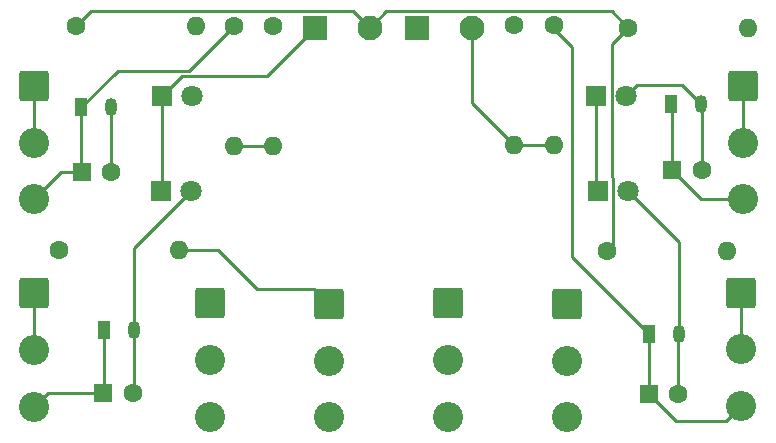
<source format=gtl>
G04 #@! TF.GenerationSoftware,KiCad,Pcbnew,(6.0.2-0)*
G04 #@! TF.CreationDate,2025-10-04T10:08:23-04:00*
G04 #@! TF.ProjectId,Quad_Drone,51756164-5f44-4726-9f6e-652e6b696361,rev?*
G04 #@! TF.SameCoordinates,Original*
G04 #@! TF.FileFunction,Copper,L1,Top*
G04 #@! TF.FilePolarity,Positive*
%FSLAX46Y46*%
G04 Gerber Fmt 4.6, Leading zero omitted, Abs format (unit mm)*
G04 Created by KiCad (PCBNEW (6.0.2-0)) date 2025-10-04 10:08:23*
%MOMM*%
%LPD*%
G01*
G04 APERTURE LIST*
G04 Aperture macros list*
%AMRoundRect*
0 Rectangle with rounded corners*
0 $1 Rounding radius*
0 $2 $3 $4 $5 $6 $7 $8 $9 X,Y pos of 4 corners*
0 Add a 4 corners polygon primitive as box body*
4,1,4,$2,$3,$4,$5,$6,$7,$8,$9,$2,$3,0*
0 Add four circle primitives for the rounded corners*
1,1,$1+$1,$2,$3*
1,1,$1+$1,$4,$5*
1,1,$1+$1,$6,$7*
1,1,$1+$1,$8,$9*
0 Add four rect primitives between the rounded corners*
20,1,$1+$1,$2,$3,$4,$5,0*
20,1,$1+$1,$4,$5,$6,$7,0*
20,1,$1+$1,$6,$7,$8,$9,0*
20,1,$1+$1,$8,$9,$2,$3,0*%
G04 Aperture macros list end*
G04 #@! TA.AperFunction,ComponentPad*
%ADD10RoundRect,0.250001X-0.799999X-0.799999X0.799999X-0.799999X0.799999X0.799999X-0.799999X0.799999X0*%
G04 #@! TD*
G04 #@! TA.AperFunction,ComponentPad*
%ADD11C,2.100000*%
G04 #@! TD*
G04 #@! TA.AperFunction,ComponentPad*
%ADD12R,1.800000X1.800000*%
G04 #@! TD*
G04 #@! TA.AperFunction,ComponentPad*
%ADD13C,1.800000*%
G04 #@! TD*
G04 #@! TA.AperFunction,ComponentPad*
%ADD14R,1.050000X1.500000*%
G04 #@! TD*
G04 #@! TA.AperFunction,ComponentPad*
%ADD15O,1.050000X1.500000*%
G04 #@! TD*
G04 #@! TA.AperFunction,ComponentPad*
%ADD16C,2.550000*%
G04 #@! TD*
G04 #@! TA.AperFunction,ComponentPad*
%ADD17RoundRect,0.249999X-1.025001X1.025001X-1.025001X-1.025001X1.025001X-1.025001X1.025001X1.025001X0*%
G04 #@! TD*
G04 #@! TA.AperFunction,ComponentPad*
%ADD18R,1.600000X1.600000*%
G04 #@! TD*
G04 #@! TA.AperFunction,ComponentPad*
%ADD19C,1.600000*%
G04 #@! TD*
G04 #@! TA.AperFunction,ComponentPad*
%ADD20O,1.600000X1.600000*%
G04 #@! TD*
G04 #@! TA.AperFunction,Conductor*
%ADD21C,0.250000*%
G04 #@! TD*
G04 APERTURE END LIST*
D10*
X187750000Y-52500000D03*
D11*
X192350000Y-52500000D03*
X183700000Y-52500000D03*
D10*
X179100000Y-52500000D03*
D12*
X203050000Y-66350000D03*
D13*
X205590000Y-66350000D03*
D12*
X202900000Y-58250000D03*
D13*
X205440000Y-58250000D03*
D12*
X166050000Y-66300000D03*
D13*
X168590000Y-66300000D03*
D12*
X166125000Y-58250000D03*
D13*
X168665000Y-58250000D03*
D14*
X207330000Y-78410000D03*
D15*
X209870000Y-78410000D03*
D14*
X209250000Y-59000000D03*
D15*
X211790000Y-59000000D03*
D14*
X161180000Y-78110000D03*
D15*
X163720000Y-78110000D03*
D14*
X159250000Y-59250000D03*
D15*
X161790000Y-59250000D03*
D16*
X155300000Y-67050000D03*
X155300000Y-62250000D03*
D17*
X155300000Y-57450000D03*
D16*
X155250000Y-84600000D03*
X155250000Y-79800000D03*
D17*
X155250000Y-75000000D03*
D16*
X215300000Y-67050000D03*
X215300000Y-62250000D03*
D17*
X215300000Y-57450000D03*
D16*
X215150000Y-84550000D03*
X215150000Y-79750000D03*
D17*
X215150000Y-74950000D03*
D16*
X190300000Y-85450000D03*
X190300000Y-80650000D03*
D17*
X190300000Y-75850000D03*
D16*
X170150000Y-85450000D03*
X170150000Y-80650000D03*
D17*
X170150000Y-75850000D03*
D16*
X180300000Y-85500000D03*
X180300000Y-80700000D03*
D17*
X180300000Y-75900000D03*
D16*
X200450000Y-85500000D03*
X200450000Y-80700000D03*
D17*
X200450000Y-75900000D03*
D18*
X209314888Y-64590000D03*
D19*
X211814888Y-64590000D03*
X205570000Y-52500000D03*
D20*
X215730000Y-52500000D03*
D19*
X161814888Y-64740000D03*
D18*
X159314888Y-64740000D03*
D19*
X158820000Y-52400000D03*
D20*
X168980000Y-52400000D03*
D19*
X157370000Y-71350000D03*
D20*
X167530000Y-71350000D03*
X172200000Y-62530000D03*
D19*
X172200000Y-52370000D03*
X163644888Y-83400000D03*
D18*
X161144888Y-83400000D03*
D19*
X195950000Y-52320000D03*
D20*
X195950000Y-62480000D03*
X175550000Y-62530000D03*
D19*
X175550000Y-52370000D03*
X203770000Y-71400000D03*
D20*
X213930000Y-71400000D03*
X199300000Y-62480000D03*
D19*
X199300000Y-52320000D03*
X209844888Y-83500000D03*
D18*
X207344888Y-83500000D03*
D21*
X192350000Y-52500000D02*
X192350000Y-58880000D01*
X192350000Y-58880000D02*
X195950000Y-62480000D01*
X205440000Y-58250000D02*
X206340000Y-57350000D01*
X206340000Y-57350000D02*
X210140000Y-57350000D01*
X210140000Y-57350000D02*
X211790000Y-59000000D01*
X203770000Y-71400000D02*
X204274511Y-70895489D01*
X204274511Y-70895489D02*
X204274511Y-65200000D01*
X204274511Y-65200000D02*
X204200000Y-65125489D01*
X204200000Y-65125489D02*
X204200000Y-53870000D01*
X204200000Y-53870000D02*
X205570000Y-52500000D01*
X211814888Y-64590000D02*
X211814888Y-59024888D01*
X211814888Y-59024888D02*
X211790000Y-59000000D01*
X199200000Y-52520000D02*
X200850000Y-54170000D01*
X200850000Y-54170000D02*
X200850000Y-71930000D01*
X200850000Y-71930000D02*
X207330000Y-78410000D01*
X195950000Y-62480000D02*
X199300000Y-62480000D01*
X209870000Y-78410000D02*
X209870000Y-70630000D01*
X209870000Y-70630000D02*
X205590000Y-66350000D01*
X209844888Y-83500000D02*
X209844888Y-78435112D01*
X209844888Y-78435112D02*
X209870000Y-78410000D01*
X207344888Y-83500000D02*
X209669888Y-85825000D01*
X209669888Y-85825000D02*
X213875000Y-85825000D01*
X213875000Y-85825000D02*
X215150000Y-84550000D01*
X207330000Y-78410000D02*
X207330000Y-83485112D01*
X207330000Y-83485112D02*
X207344888Y-83500000D01*
X209314888Y-64590000D02*
X211774888Y-67050000D01*
X211774888Y-67050000D02*
X215300000Y-67050000D01*
X209300000Y-59050000D02*
X209450000Y-59050000D01*
X209250000Y-59000000D02*
X209300000Y-59050000D01*
X209450000Y-59050000D02*
X209314888Y-59185112D01*
X209314888Y-59185112D02*
X209314888Y-64590000D01*
X180300000Y-75900000D02*
X179000000Y-74600000D01*
X179000000Y-74600000D02*
X174150000Y-74600000D01*
X170900000Y-71350000D02*
X167530000Y-71350000D01*
X174150000Y-74600000D02*
X170900000Y-71350000D01*
X161144888Y-83400000D02*
X156450000Y-83400000D01*
X156450000Y-83400000D02*
X155250000Y-84600000D01*
X161180000Y-78110000D02*
X161180000Y-83364888D01*
X161180000Y-83364888D02*
X161144888Y-83400000D01*
X163720000Y-78110000D02*
X163720000Y-83324888D01*
X163720000Y-83324888D02*
X163644888Y-83400000D01*
X168590000Y-66300000D02*
X163720000Y-71170000D01*
X163720000Y-71170000D02*
X163720000Y-78110000D01*
X161790000Y-59250000D02*
X161790000Y-64715112D01*
X161790000Y-64715112D02*
X161814888Y-64740000D01*
X159250000Y-59250000D02*
X162368180Y-56131820D01*
X162368180Y-56131820D02*
X168438180Y-56131820D01*
X168438180Y-56131820D02*
X172200000Y-52370000D01*
X215150000Y-74950000D02*
X215150000Y-79750000D01*
X215300000Y-57450000D02*
X215300000Y-62250000D01*
X155250000Y-75000000D02*
X155250000Y-79800000D01*
X155300000Y-57450000D02*
X155300000Y-62250000D01*
X183700000Y-52500000D02*
X182325480Y-51125480D01*
X182325480Y-51125480D02*
X160094520Y-51125480D01*
X160094520Y-51125480D02*
X158820000Y-52400000D01*
X205570000Y-52500000D02*
X204195480Y-51125480D01*
X204195480Y-51125480D02*
X185074520Y-51125480D01*
X185074520Y-51125480D02*
X183700000Y-52500000D01*
X172000000Y-62530000D02*
X175350000Y-62530000D01*
X202900000Y-58250000D02*
X202900000Y-66200000D01*
X202900000Y-66200000D02*
X203050000Y-66350000D01*
X166125000Y-58250000D02*
X166125000Y-66225000D01*
X166125000Y-66225000D02*
X166050000Y-66300000D01*
X179100000Y-52500000D02*
X175018660Y-56581340D01*
X175018660Y-56581340D02*
X167793660Y-56581340D01*
X167793660Y-56581340D02*
X166125000Y-58250000D01*
X159314888Y-64740000D02*
X157610000Y-64740000D01*
X157610000Y-64740000D02*
X155300000Y-67050000D01*
X159250000Y-59250000D02*
X159250000Y-64675112D01*
X159250000Y-64675112D02*
X159314888Y-64740000D01*
M02*

</source>
